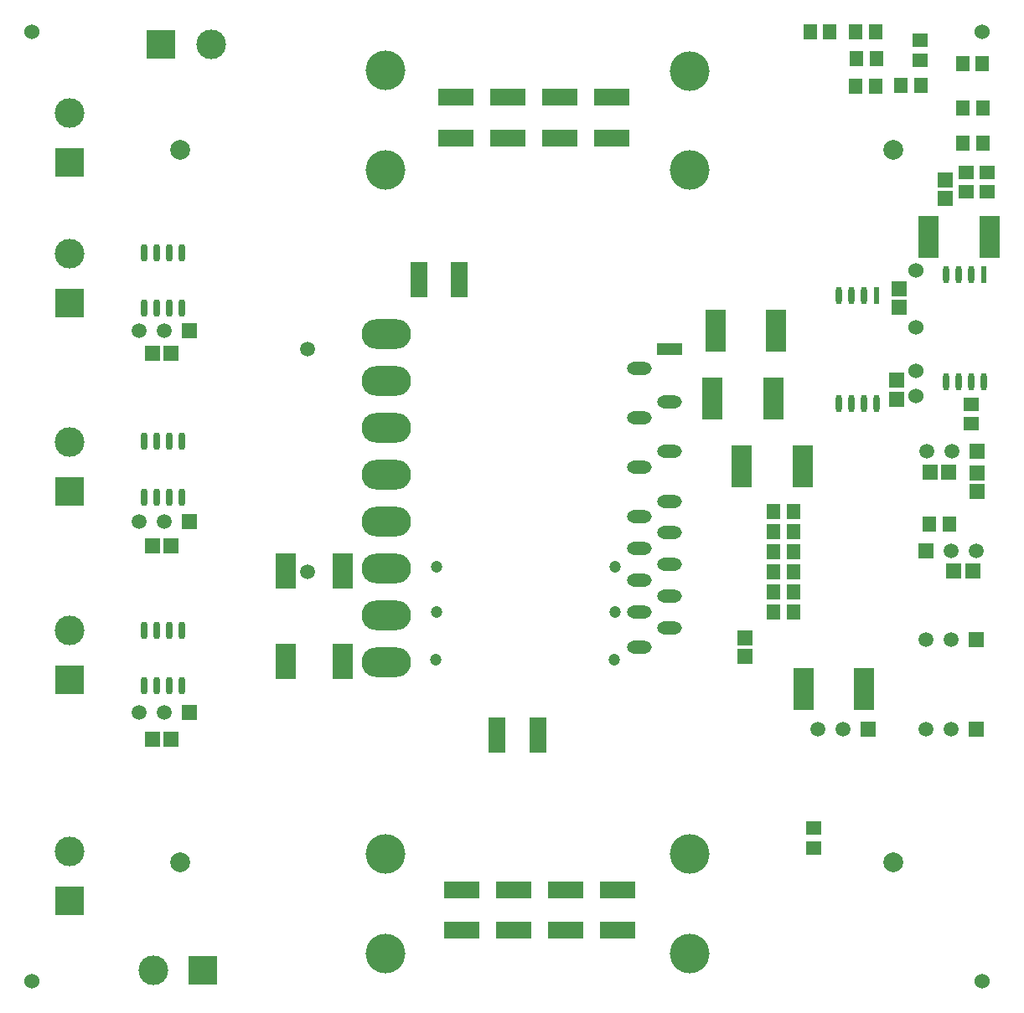
<source format=gbr>
G04 Layer_Color=255*
%FSLAX26Y26*%
%MOIN*%
%TF.FileFunction,Pads,Top*%
%TF.Part,Single*%
G01*
G75*
%TA.AperFunction,SMDPad,CuDef*%
%ADD10O,0.025591X0.070866*%
%ADD11R,0.070866X0.141732*%
%ADD12R,0.141732X0.070866*%
%ADD13R,0.059055X0.062992*%
%ADD14R,0.055118X0.059055*%
%ADD15R,0.062992X0.059055*%
%ADD16R,0.023622X0.070866*%
%ADD17O,0.023622X0.070866*%
%ADD18R,0.059055X0.055118*%
%ADD19R,0.078740X0.139764*%
%ADD20R,0.080709X0.171260*%
%TA.AperFunction,ComponentPad*%
%ADD28R,0.118110X0.118110*%
%ADD29C,0.118110*%
%ADD30R,0.059055X0.059055*%
%ADD31C,0.059055*%
%ADD32R,0.118110X0.118110*%
%ADD33C,0.060000*%
%ADD34O,0.196850X0.118110*%
%ADD35O,0.098425X0.051181*%
%ADD36R,0.098425X0.051181*%
%ADD37C,0.047244*%
%ADD38C,0.157480*%
%TA.AperFunction,ViaPad*%
%ADD39C,0.078740*%
%TA.AperFunction,WasherPad*%
%ADD40C,0.060000*%
D10*
X445000Y-1099764D02*
D03*
X495000D02*
D03*
X545000D02*
D03*
X595000D02*
D03*
X445000Y-879291D02*
D03*
X495000D02*
D03*
X545000D02*
D03*
X595000D02*
D03*
X445000Y-2601764D02*
D03*
X495000D02*
D03*
X545000D02*
D03*
X595000D02*
D03*
X445000Y-2381291D02*
D03*
X495000D02*
D03*
X545000D02*
D03*
X595000D02*
D03*
X445000Y-1850764D02*
D03*
X495000D02*
D03*
X545000D02*
D03*
X595000D02*
D03*
X445000Y-1630291D02*
D03*
X495000D02*
D03*
X545000D02*
D03*
X595000D02*
D03*
D11*
X1539291Y-985000D02*
D03*
X1700709D02*
D03*
X2012709Y-2799000D02*
D03*
X1851291D02*
D03*
D12*
X2330000Y-3414291D02*
D03*
Y-3575709D02*
D03*
X2123333Y-3414291D02*
D03*
Y-3575709D02*
D03*
X1916667Y-3414291D02*
D03*
Y-3575709D02*
D03*
X1710000Y-3414291D02*
D03*
Y-3575709D02*
D03*
X1891667Y-259291D02*
D03*
Y-420709D02*
D03*
X2305000Y-259291D02*
D03*
Y-420709D02*
D03*
X2098333Y-259291D02*
D03*
Y-420709D02*
D03*
X1685000Y-259291D02*
D03*
Y-420709D02*
D03*
D13*
X3667598Y-2144528D02*
D03*
X3742401D02*
D03*
X3571599Y-1753527D02*
D03*
X3646402D02*
D03*
X553402Y-1278527D02*
D03*
X478599D02*
D03*
X553402Y-2046527D02*
D03*
X478599D02*
D03*
X553402Y-2814527D02*
D03*
X478599D02*
D03*
D14*
X3649370Y-1959527D02*
D03*
X3570630D02*
D03*
X3781370Y-441527D02*
D03*
X3702630D02*
D03*
X3704630Y-303527D02*
D03*
X3783370D02*
D03*
X3701630Y-125528D02*
D03*
X3780370D02*
D03*
X3457630Y-213528D02*
D03*
X3536370D02*
D03*
X3355370Y2473D02*
D03*
X3276630D02*
D03*
X3279630Y-106028D02*
D03*
X3358370D02*
D03*
X3355370Y-214528D02*
D03*
X3276630D02*
D03*
X3174370Y1472D02*
D03*
X3095630D02*
D03*
X2950630Y-2309528D02*
D03*
X3029370D02*
D03*
X2950630Y-2229528D02*
D03*
X3029370D02*
D03*
X2950630Y-2149528D02*
D03*
X3029370D02*
D03*
X2950630Y-2069528D02*
D03*
X3029370D02*
D03*
X2950630Y-1989527D02*
D03*
X3029370D02*
D03*
X2950630Y-1909527D02*
D03*
X3029370D02*
D03*
D15*
X3440000Y-1461929D02*
D03*
Y-1387126D02*
D03*
X3632000Y-662929D02*
D03*
Y-588126D02*
D03*
X3759000Y-1828929D02*
D03*
Y-1754126D02*
D03*
X3449000Y-1096929D02*
D03*
Y-1022126D02*
D03*
X2835000Y-2412126D02*
D03*
Y-2486929D02*
D03*
D16*
X3785000Y-964528D02*
D03*
X3360000Y-1049527D02*
D03*
D17*
X3735000Y-964528D02*
D03*
X3685000D02*
D03*
X3635000D02*
D03*
X3785000Y-1393661D02*
D03*
X3735000D02*
D03*
X3685000D02*
D03*
X3635000D02*
D03*
X3310000Y-1049527D02*
D03*
X3260000D02*
D03*
X3210000D02*
D03*
X3360000Y-1478661D02*
D03*
X3310000D02*
D03*
X3260000D02*
D03*
X3210000D02*
D03*
D18*
X3534402Y-111996D02*
D03*
Y-33256D02*
D03*
X3737000Y-1481158D02*
D03*
Y-1559898D02*
D03*
X3110000Y-3170157D02*
D03*
Y-3248898D02*
D03*
X3716000Y-636898D02*
D03*
Y-558157D02*
D03*
X3799000Y-636898D02*
D03*
Y-558158D02*
D03*
D19*
X1237189Y-2506528D02*
D03*
X1010811D02*
D03*
X1237189Y-2144528D02*
D03*
X1010811D02*
D03*
D20*
X3311063Y-2614528D02*
D03*
X3068937D02*
D03*
X3066063Y-1729527D02*
D03*
X2823937D02*
D03*
X2707874Y-1459527D02*
D03*
X2950000D02*
D03*
X2718937Y-1189527D02*
D03*
X2961063D02*
D03*
X3565937Y-815528D02*
D03*
X3808063D02*
D03*
D28*
X150000Y-518425D02*
D03*
Y-3457953D02*
D03*
Y-2577953D02*
D03*
Y-1828740D02*
D03*
Y-1079527D02*
D03*
D29*
Y-321575D02*
D03*
Y-3261102D02*
D03*
X483575Y-3734528D02*
D03*
X150000Y-2381102D02*
D03*
Y-1631890D02*
D03*
Y-882677D02*
D03*
X711425Y-47528D02*
D03*
D30*
X625000Y-1189527D02*
D03*
Y-1949027D02*
D03*
Y-2708528D02*
D03*
X3325000Y-2774528D02*
D03*
X3754998Y-2774528D02*
D03*
Y-2419115D02*
D03*
X3555000Y-2064528D02*
D03*
X3761000Y-1669527D02*
D03*
D31*
X525000Y-1189527D02*
D03*
X425000D02*
D03*
X525000Y-1949027D02*
D03*
X425000D02*
D03*
X525000Y-2708528D02*
D03*
X425000D02*
D03*
X3125000Y-2774528D02*
D03*
X3225000D02*
D03*
X3554998Y-2774528D02*
D03*
X3654998D02*
D03*
X3554998Y-2419115D02*
D03*
X3654998D02*
D03*
X3755000Y-2064528D02*
D03*
X3655000D02*
D03*
X1095000Y-2147528D02*
D03*
Y-1261701D02*
D03*
X3561000Y-1669527D02*
D03*
X3661000D02*
D03*
D32*
X680425Y-3734528D02*
D03*
X514575Y-47528D02*
D03*
D33*
X3516000Y-1450118D02*
D03*
Y-1350118D02*
D03*
Y-1174527D02*
D03*
Y-950118D02*
D03*
D34*
X1409575Y-2507347D02*
D03*
Y-2321126D02*
D03*
Y-2134905D02*
D03*
Y-1948685D02*
D03*
Y-1762465D02*
D03*
Y-1576244D02*
D03*
Y-1390024D02*
D03*
Y-1203803D02*
D03*
D35*
X2535992Y-2371323D02*
D03*
X2418000Y-2450063D02*
D03*
Y-2308331D02*
D03*
Y-2182347D02*
D03*
X2535992Y-2119354D02*
D03*
X2418000Y-2056362D02*
D03*
X2535992Y-1993370D02*
D03*
X2418000Y-1930378D02*
D03*
X2535992Y-1867386D02*
D03*
X2418000Y-1733527D02*
D03*
X2535992Y-1670535D02*
D03*
X2418000Y-1536677D02*
D03*
X2535992Y-1473685D02*
D03*
X2418000Y-1339827D02*
D03*
X2535992Y-2245338D02*
D03*
D36*
Y-1261086D02*
D03*
D37*
X2316535Y-2499747D02*
D03*
X1607874D02*
D03*
X2318661Y-2309528D02*
D03*
X1610000D02*
D03*
X2320000Y-2129528D02*
D03*
X1611339D02*
D03*
D38*
X1406000Y-3667528D02*
D03*
Y-3273827D02*
D03*
X2616000Y-3667528D02*
D03*
Y-3273827D02*
D03*
Y-549528D02*
D03*
Y-155827D02*
D03*
X1406000Y-547528D02*
D03*
Y-153827D02*
D03*
D39*
X590354Y-469882D02*
D03*
X3425000D02*
D03*
Y-3304528D02*
D03*
X590354D02*
D03*
D40*
X3779527Y0D02*
D03*
X3779528Y-3779528D02*
D03*
X0Y0D02*
D03*
Y-3779528D02*
D03*
%TF.MD5,7141c31fc32bb0650702975cb80adda9*%
M02*

</source>
